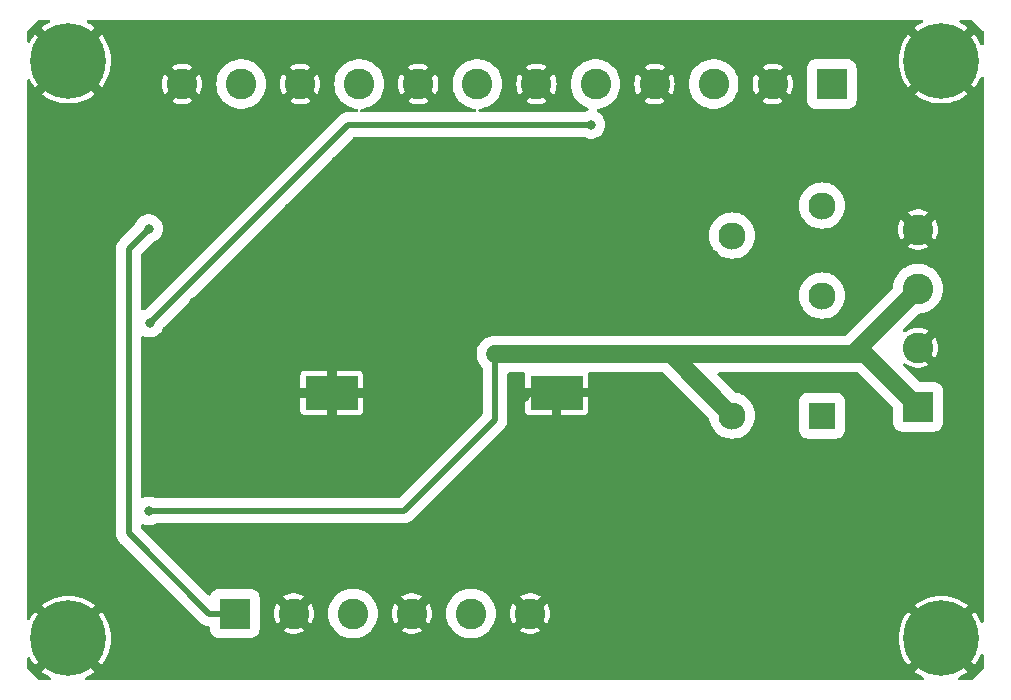
<source format=gbl>
G04 #@! TF.GenerationSoftware,KiCad,Pcbnew,7.0.1*
G04 #@! TF.CreationDate,2023-12-04T13:47:49-08:00*
G04 #@! TF.ProjectId,GReX_Power,47526558-5f50-46f7-9765-722e6b696361,2*
G04 #@! TF.SameCoordinates,Original*
G04 #@! TF.FileFunction,Copper,L2,Bot*
G04 #@! TF.FilePolarity,Positive*
%FSLAX46Y46*%
G04 Gerber Fmt 4.6, Leading zero omitted, Abs format (unit mm)*
G04 Created by KiCad (PCBNEW 7.0.1) date 2023-12-04 13:47:49*
%MOMM*%
%LPD*%
G01*
G04 APERTURE LIST*
G04 #@! TA.AperFunction,ComponentPad*
%ADD10R,2.600000X2.600000*%
G04 #@! TD*
G04 #@! TA.AperFunction,ComponentPad*
%ADD11C,2.600000*%
G04 #@! TD*
G04 #@! TA.AperFunction,ComponentPad*
%ADD12C,3.600000*%
G04 #@! TD*
G04 #@! TA.AperFunction,ConnectorPad*
%ADD13C,6.400000*%
G04 #@! TD*
G04 #@! TA.AperFunction,ComponentPad*
%ADD14C,0.600000*%
G04 #@! TD*
G04 #@! TA.AperFunction,SMDPad,CuDef*
%ADD15R,4.500000X2.950000*%
G04 #@! TD*
G04 #@! TA.AperFunction,ComponentPad*
%ADD16R,2.300000X2.300000*%
G04 #@! TD*
G04 #@! TA.AperFunction,ComponentPad*
%ADD17C,2.300000*%
G04 #@! TD*
G04 #@! TA.AperFunction,ViaPad*
%ADD18C,0.800000*%
G04 #@! TD*
G04 #@! TA.AperFunction,Conductor*
%ADD19C,0.500000*%
G04 #@! TD*
G04 #@! TA.AperFunction,Conductor*
%ADD20C,1.500000*%
G04 #@! TD*
G04 APERTURE END LIST*
D10*
X144692000Y-121092000D03*
D11*
X149692000Y-121092000D03*
X154692000Y-121092000D03*
X159692000Y-121092000D03*
X164692000Y-121092000D03*
X169692000Y-121092000D03*
D10*
X202538000Y-103580000D03*
D11*
X202538000Y-98580000D03*
X202538000Y-93580000D03*
X202538000Y-88580000D03*
D12*
X130600000Y-74300000D03*
D13*
X130600000Y-74300000D03*
D12*
X204500000Y-123200000D03*
D13*
X204500000Y-123200000D03*
D14*
X173731000Y-101790000D03*
X172531000Y-101790000D03*
X171231000Y-101790000D03*
X170131000Y-101790000D03*
D15*
X171931000Y-102390000D03*
D14*
X173731000Y-102990000D03*
X172531000Y-102990000D03*
X171231000Y-102990000D03*
X170131000Y-102990000D03*
D12*
X204500000Y-74300000D03*
D13*
X204500000Y-74300000D03*
D10*
X195233000Y-76261000D03*
D11*
X190233000Y-76261000D03*
X185233000Y-76261000D03*
X180233000Y-76261000D03*
X175233000Y-76261000D03*
X170233000Y-76261000D03*
X165233000Y-76261000D03*
X160233000Y-76261000D03*
X155233000Y-76261000D03*
X150233000Y-76261000D03*
X145233000Y-76261000D03*
X140233000Y-76261000D03*
D14*
X154703000Y-101800000D03*
X153503000Y-101800000D03*
X152203000Y-101800000D03*
X151103000Y-101800000D03*
D15*
X152903000Y-102400000D03*
D14*
X154703000Y-103000000D03*
X153503000Y-103000000D03*
X152203000Y-103000000D03*
X151103000Y-103000000D03*
D16*
X194410000Y-104328000D03*
D17*
X194410000Y-94168000D03*
X194410000Y-86548000D03*
X186790000Y-89088000D03*
X186790000Y-104328000D03*
D12*
X130600000Y-123200000D03*
D13*
X130600000Y-123200000D03*
D18*
X129259000Y-86738000D03*
X133259000Y-94738000D03*
X201259000Y-118738000D03*
X205259000Y-94738000D03*
X149259000Y-110738000D03*
X129259000Y-94738000D03*
X169259000Y-82738000D03*
X169259000Y-102738000D03*
X201259000Y-110738000D03*
X145259000Y-114738000D03*
X205259000Y-86738000D03*
X189259000Y-110738000D03*
X189259000Y-118738000D03*
X189259000Y-82738000D03*
X205259000Y-82738000D03*
X137259000Y-118738000D03*
X129259000Y-82738000D03*
X129259000Y-114738000D03*
X133259000Y-98738000D03*
X201259000Y-86738000D03*
X197259000Y-94738000D03*
X133259000Y-86738000D03*
X189259000Y-114738000D03*
X129259000Y-110738000D03*
X157259000Y-110738000D03*
X185259000Y-122738000D03*
X197259000Y-122738000D03*
X141259000Y-94738000D03*
X205259000Y-110738000D03*
X201259000Y-90738000D03*
X177259000Y-122738000D03*
X137259000Y-82738000D03*
X189259000Y-90738000D03*
X205259000Y-102738000D03*
X153259000Y-90738000D03*
X201259000Y-114738000D03*
X177259000Y-110738000D03*
X161259000Y-118738000D03*
X141259000Y-82738000D03*
X137259000Y-110738000D03*
X145259000Y-86738000D03*
X153259000Y-94738000D03*
X157259000Y-86738000D03*
X141259000Y-122738000D03*
X169259000Y-86738000D03*
X133259000Y-114738000D03*
X145259000Y-110738000D03*
X137259000Y-86738000D03*
X137259000Y-94738000D03*
X137259000Y-90738000D03*
X205259000Y-114738000D03*
X177259000Y-102738000D03*
X193259000Y-114738000D03*
X157259000Y-102738000D03*
X193259000Y-110738000D03*
X133259000Y-110738000D03*
X153259000Y-86738000D03*
X161259000Y-86738000D03*
X161259000Y-82738000D03*
X137259000Y-122738000D03*
X137259000Y-106738000D03*
X185259000Y-90738000D03*
X193259000Y-118738000D03*
X205259000Y-98738000D03*
X161259000Y-122738000D03*
X137259000Y-98738000D03*
X169259000Y-114738000D03*
X157259000Y-82738000D03*
X129259000Y-102738000D03*
X201259000Y-106738000D03*
X129259000Y-118738000D03*
X185259000Y-106738000D03*
X133259000Y-82738000D03*
X129259000Y-98738000D03*
X141259000Y-110738000D03*
X185259000Y-94738000D03*
X129259000Y-90738000D03*
X173259000Y-82738000D03*
X149259000Y-106738000D03*
X189259000Y-122738000D03*
X153259000Y-82738000D03*
X173259000Y-114738000D03*
X193259000Y-82738000D03*
X149259000Y-86738000D03*
X177259000Y-118738000D03*
X205259000Y-106738000D03*
X145259000Y-82738000D03*
X133259000Y-118738000D03*
X149259000Y-102738000D03*
X197259000Y-102738000D03*
X185259000Y-118738000D03*
X181259000Y-122738000D03*
X133259000Y-90738000D03*
X181259000Y-114738000D03*
X173259000Y-122738000D03*
X153259000Y-118738000D03*
X169259000Y-94738000D03*
X189259000Y-102738000D03*
X137259000Y-102738000D03*
X205259000Y-118738000D03*
X181259000Y-118738000D03*
X165259000Y-102738000D03*
X133259000Y-102738000D03*
X169259000Y-90738000D03*
X129259000Y-106738000D03*
X201259000Y-82738000D03*
X177259000Y-86738000D03*
X169259000Y-110738000D03*
X133259000Y-106738000D03*
X189259000Y-86738000D03*
X185259000Y-82738000D03*
X189259000Y-94738000D03*
X141259000Y-86738000D03*
X157259000Y-118738000D03*
X193259000Y-90738000D03*
X205259000Y-90738000D03*
X166724000Y-99121000D03*
X137400000Y-112400000D03*
X174852000Y-79700000D03*
X137500000Y-96500000D03*
X137400000Y-88500000D03*
D19*
X159000000Y-112400000D02*
X137400000Y-112400000D01*
D20*
X181583000Y-99121000D02*
X191108000Y-99121000D01*
X181583000Y-99121000D02*
X166724000Y-99121000D01*
X196997000Y-99121000D02*
X202538000Y-93580000D01*
X186790000Y-104328000D02*
X181583000Y-99121000D01*
X191108000Y-99121000D02*
X196997000Y-99121000D01*
X198079000Y-99121000D02*
X202538000Y-103580000D01*
X191108000Y-99121000D02*
X198079000Y-99121000D01*
D19*
X166724000Y-104676000D02*
X166724000Y-99121000D01*
X159000000Y-112400000D02*
X166724000Y-104676000D01*
X137500000Y-96500000D02*
X154300000Y-79700000D01*
X154300000Y-79700000D02*
X174852000Y-79700000D01*
X135700000Y-114300000D02*
X142492000Y-121092000D01*
X135700000Y-90200000D02*
X135700000Y-114300000D01*
X144692000Y-121092000D02*
X142492000Y-121092000D01*
X137400000Y-88500000D02*
X135700000Y-90200000D01*
G04 #@! TA.AperFunction,Conductor*
G36*
X128982972Y-70814515D02*
G01*
X129034621Y-70855231D01*
X129063709Y-70914217D01*
X129064570Y-70979979D01*
X129037036Y-71039705D01*
X128986471Y-71081760D01*
X128797528Y-71178031D01*
X128481072Y-71383539D01*
X128352964Y-71487279D01*
X130599999Y-73734314D01*
X132847035Y-71487279D01*
X132718927Y-71383539D01*
X132402471Y-71178031D01*
X132213529Y-71081760D01*
X132162964Y-71039705D01*
X132135430Y-70979979D01*
X132136291Y-70914217D01*
X132165379Y-70855231D01*
X132217028Y-70814515D01*
X132281174Y-70800000D01*
X202818826Y-70800000D01*
X202882972Y-70814515D01*
X202934621Y-70855231D01*
X202963709Y-70914217D01*
X202964570Y-70979979D01*
X202937036Y-71039705D01*
X202886471Y-71081760D01*
X202697528Y-71178031D01*
X202381072Y-71383539D01*
X202252964Y-71487279D01*
X204499999Y-73734314D01*
X206747035Y-71487279D01*
X206618927Y-71383539D01*
X206302471Y-71178031D01*
X206113529Y-71081760D01*
X206062964Y-71039705D01*
X206035430Y-70979979D01*
X206036291Y-70914217D01*
X206065379Y-70855231D01*
X206117028Y-70814515D01*
X206181174Y-70800000D01*
X207038282Y-70800000D01*
X207095302Y-70811342D01*
X207143641Y-70843641D01*
X208055859Y-71755859D01*
X208088158Y-71804198D01*
X208099500Y-71861218D01*
X208099500Y-72827545D01*
X208083845Y-72894028D01*
X208040171Y-72946542D01*
X207977653Y-72974050D01*
X207909430Y-72970773D01*
X207849837Y-72937399D01*
X207811397Y-72880942D01*
X207793279Y-72833744D01*
X207621968Y-72497528D01*
X207416460Y-72181072D01*
X207312719Y-72052964D01*
X205065685Y-74300000D01*
X207312719Y-76547034D01*
X207416459Y-76418929D01*
X207621968Y-76102471D01*
X207793279Y-75766255D01*
X207811397Y-75719058D01*
X207849837Y-75662601D01*
X207909430Y-75629227D01*
X207977653Y-75625950D01*
X208040171Y-75653458D01*
X208083845Y-75705972D01*
X208099500Y-75772455D01*
X208099500Y-121727545D01*
X208083845Y-121794028D01*
X208040171Y-121846542D01*
X207977653Y-121874050D01*
X207909430Y-121870773D01*
X207849837Y-121837399D01*
X207811397Y-121780942D01*
X207793279Y-121733744D01*
X207621968Y-121397528D01*
X207416460Y-121081072D01*
X207312719Y-120952964D01*
X205065685Y-123200000D01*
X207312719Y-125447034D01*
X207416459Y-125318929D01*
X207621968Y-125002471D01*
X207793279Y-124666255D01*
X207811397Y-124619058D01*
X207849837Y-124562601D01*
X207909430Y-124529227D01*
X207977653Y-124525950D01*
X208040171Y-124553458D01*
X208083845Y-124605972D01*
X208099500Y-124672455D01*
X208099500Y-125688782D01*
X208088158Y-125745802D01*
X208055859Y-125794141D01*
X207144141Y-126705859D01*
X207095802Y-126738158D01*
X207038782Y-126749500D01*
X206084025Y-126749500D01*
X206019879Y-126734985D01*
X205968230Y-126694269D01*
X205939142Y-126635283D01*
X205938281Y-126569521D01*
X205965815Y-126509795D01*
X206016380Y-126467740D01*
X206302471Y-126321968D01*
X206618929Y-126116459D01*
X206747034Y-126012719D01*
X204500000Y-123765685D01*
X202252964Y-126012719D01*
X202381072Y-126116460D01*
X202697528Y-126321968D01*
X202983620Y-126467740D01*
X203034185Y-126509795D01*
X203061719Y-126569521D01*
X203060858Y-126635283D01*
X203031770Y-126694269D01*
X202980121Y-126734985D01*
X202915975Y-126749500D01*
X132184025Y-126749500D01*
X132119879Y-126734985D01*
X132068230Y-126694269D01*
X132039142Y-126635283D01*
X132038281Y-126569521D01*
X132065815Y-126509795D01*
X132116380Y-126467740D01*
X132402471Y-126321968D01*
X132718929Y-126116459D01*
X132847034Y-126012719D01*
X130600000Y-123765685D01*
X128352964Y-126012719D01*
X128481072Y-126116460D01*
X128797528Y-126321968D01*
X129083620Y-126467740D01*
X129134185Y-126509795D01*
X129161719Y-126569521D01*
X129160858Y-126635283D01*
X129131770Y-126694269D01*
X129080121Y-126734985D01*
X129015975Y-126749500D01*
X128161218Y-126749500D01*
X128104198Y-126738158D01*
X128055859Y-126705859D01*
X127144141Y-125794141D01*
X127111842Y-125745802D01*
X127100500Y-125688782D01*
X127100500Y-124882155D01*
X127115015Y-124818009D01*
X127155731Y-124766360D01*
X127214717Y-124737272D01*
X127280479Y-124736411D01*
X127340206Y-124763945D01*
X127382260Y-124814511D01*
X127478028Y-125002468D01*
X127683539Y-125318927D01*
X127787279Y-125447034D01*
X130034315Y-123200000D01*
X131165685Y-123200000D01*
X133412719Y-125447034D01*
X133516459Y-125318929D01*
X133721968Y-125002471D01*
X133893279Y-124666255D01*
X134028500Y-124313992D01*
X134126161Y-123949512D01*
X134185191Y-123576816D01*
X134204939Y-123200000D01*
X200895060Y-123200000D01*
X200914808Y-123576816D01*
X200973838Y-123949512D01*
X201071499Y-124313992D01*
X201206720Y-124666255D01*
X201378031Y-125002471D01*
X201583539Y-125318927D01*
X201687279Y-125447034D01*
X203934315Y-123200000D01*
X201687279Y-120952964D01*
X201583539Y-121081072D01*
X201378031Y-121397528D01*
X201206720Y-121733744D01*
X201071499Y-122086007D01*
X200973838Y-122450487D01*
X200914808Y-122823183D01*
X200895060Y-123200000D01*
X134204939Y-123200000D01*
X134185191Y-122823183D01*
X134126161Y-122450487D01*
X134028500Y-122086007D01*
X133893279Y-121733744D01*
X133721968Y-121397528D01*
X133516460Y-121081072D01*
X133412719Y-120952964D01*
X131165685Y-123200000D01*
X130034315Y-123200000D01*
X127787279Y-120952964D01*
X127683539Y-121081072D01*
X127478028Y-121397531D01*
X127382260Y-121585489D01*
X127340206Y-121636055D01*
X127280479Y-121663589D01*
X127214717Y-121662728D01*
X127155731Y-121633640D01*
X127115015Y-121581991D01*
X127100500Y-121517845D01*
X127100500Y-120387279D01*
X128352964Y-120387279D01*
X130599999Y-122634314D01*
X132847035Y-120387279D01*
X132718927Y-120283539D01*
X132402471Y-120078031D01*
X132066255Y-119906720D01*
X131713992Y-119771499D01*
X131349512Y-119673838D01*
X130976816Y-119614808D01*
X130600000Y-119595060D01*
X130223183Y-119614808D01*
X129850487Y-119673838D01*
X129486007Y-119771499D01*
X129133744Y-119906720D01*
X128797528Y-120078031D01*
X128481072Y-120283539D01*
X128352964Y-120387279D01*
X127100500Y-120387279D01*
X127100500Y-114300003D01*
X134644416Y-114300003D01*
X134664699Y-114505932D01*
X134724767Y-114703953D01*
X134823011Y-114887753D01*
X134826959Y-114892109D01*
X134953588Y-115046409D01*
X134988017Y-115074663D01*
X134998853Y-115084484D01*
X141707515Y-121793146D01*
X141717334Y-121803980D01*
X141745590Y-121838410D01*
X141785677Y-121871308D01*
X141905550Y-121969685D01*
X142088046Y-122067232D01*
X142286066Y-122127300D01*
X142302879Y-122128956D01*
X142457105Y-122144147D01*
X142525280Y-122168540D01*
X142573906Y-122222191D01*
X142591500Y-122292429D01*
X142591500Y-122436954D01*
X142606632Y-122571255D01*
X142666211Y-122741522D01*
X142762184Y-122894262D01*
X142889738Y-123021816D01*
X143042478Y-123117789D01*
X143212745Y-123177368D01*
X143334696Y-123191108D01*
X143347045Y-123192500D01*
X143347046Y-123192500D01*
X146036954Y-123192500D01*
X146036955Y-123192500D01*
X146048264Y-123191225D01*
X146171255Y-123177368D01*
X146341522Y-123117789D01*
X146494262Y-123021816D01*
X146621816Y-122894262D01*
X146717789Y-122741522D01*
X146777368Y-122571255D01*
X146780356Y-122544736D01*
X148804949Y-122544736D01*
X148839614Y-122568371D01*
X149069182Y-122678924D01*
X149312651Y-122754024D01*
X149564604Y-122792000D01*
X149819396Y-122792000D01*
X150071348Y-122754024D01*
X150314817Y-122678924D01*
X150544385Y-122568370D01*
X150579049Y-122544735D01*
X149692000Y-121657685D01*
X148804949Y-122544735D01*
X148804949Y-122544736D01*
X146780356Y-122544736D01*
X146792500Y-122436954D01*
X146792500Y-121092000D01*
X147987232Y-121092000D01*
X148006273Y-121346082D01*
X148062969Y-121594487D01*
X148156056Y-121831668D01*
X148240458Y-121977855D01*
X149126314Y-121092000D01*
X150257685Y-121092000D01*
X151143541Y-121977856D01*
X151227942Y-121831671D01*
X151321030Y-121594487D01*
X151377726Y-121346082D01*
X151396767Y-121092000D01*
X152586592Y-121092000D01*
X152606202Y-121378686D01*
X152664666Y-121660032D01*
X152664667Y-121660035D01*
X152760895Y-121930796D01*
X152785280Y-121977856D01*
X152893099Y-122185936D01*
X153058811Y-122420698D01*
X153254947Y-122630708D01*
X153477853Y-122812055D01*
X153723375Y-122961361D01*
X153986942Y-123075844D01*
X154263642Y-123153371D01*
X154405981Y-123172935D01*
X154548321Y-123192500D01*
X154548322Y-123192500D01*
X154835678Y-123192500D01*
X154835679Y-123192500D01*
X154945777Y-123177367D01*
X155120358Y-123153371D01*
X155397058Y-123075844D01*
X155660625Y-122961361D01*
X155906147Y-122812055D01*
X156129053Y-122630708D01*
X156209345Y-122544736D01*
X158804949Y-122544736D01*
X158839614Y-122568371D01*
X159069182Y-122678924D01*
X159312651Y-122754024D01*
X159564604Y-122792000D01*
X159819396Y-122792000D01*
X160071348Y-122754024D01*
X160314817Y-122678924D01*
X160544385Y-122568370D01*
X160579049Y-122544735D01*
X159692000Y-121657685D01*
X158804949Y-122544735D01*
X158804949Y-122544736D01*
X156209345Y-122544736D01*
X156325189Y-122420698D01*
X156490901Y-122185936D01*
X156623104Y-121930797D01*
X156719334Y-121660032D01*
X156777798Y-121378686D01*
X156797408Y-121092000D01*
X157987232Y-121092000D01*
X158006273Y-121346082D01*
X158062969Y-121594487D01*
X158156056Y-121831668D01*
X158240458Y-121977855D01*
X159126314Y-121092000D01*
X160257685Y-121092000D01*
X161143541Y-121977856D01*
X161227942Y-121831671D01*
X161321030Y-121594487D01*
X161377726Y-121346082D01*
X161396767Y-121092000D01*
X162586592Y-121092000D01*
X162606202Y-121378686D01*
X162664666Y-121660032D01*
X162664667Y-121660035D01*
X162760895Y-121930796D01*
X162785280Y-121977856D01*
X162893099Y-122185936D01*
X163058811Y-122420698D01*
X163254947Y-122630708D01*
X163477853Y-122812055D01*
X163723375Y-122961361D01*
X163986942Y-123075844D01*
X164263642Y-123153371D01*
X164405981Y-123172935D01*
X164548321Y-123192500D01*
X164548322Y-123192500D01*
X164835678Y-123192500D01*
X164835679Y-123192500D01*
X164945777Y-123177367D01*
X165120358Y-123153371D01*
X165397058Y-123075844D01*
X165660625Y-122961361D01*
X165906147Y-122812055D01*
X166129053Y-122630708D01*
X166209345Y-122544736D01*
X168804949Y-122544736D01*
X168839614Y-122568371D01*
X169069182Y-122678924D01*
X169312651Y-122754024D01*
X169564604Y-122792000D01*
X169819396Y-122792000D01*
X170071348Y-122754024D01*
X170314817Y-122678924D01*
X170544385Y-122568370D01*
X170579049Y-122544735D01*
X169692000Y-121657685D01*
X168804949Y-122544735D01*
X168804949Y-122544736D01*
X166209345Y-122544736D01*
X166325189Y-122420698D01*
X166490901Y-122185936D01*
X166623104Y-121930797D01*
X166719334Y-121660032D01*
X166777798Y-121378686D01*
X166797408Y-121092000D01*
X167987232Y-121092000D01*
X168006273Y-121346082D01*
X168062969Y-121594487D01*
X168156056Y-121831668D01*
X168240458Y-121977855D01*
X169126314Y-121092000D01*
X170257685Y-121092000D01*
X171143541Y-121977856D01*
X171227942Y-121831671D01*
X171321030Y-121594487D01*
X171377726Y-121346082D01*
X171396767Y-121092000D01*
X171377726Y-120837917D01*
X171321030Y-120589512D01*
X171241659Y-120387279D01*
X202252964Y-120387279D01*
X204499999Y-122634314D01*
X206747035Y-120387279D01*
X206618927Y-120283539D01*
X206302471Y-120078031D01*
X205966255Y-119906720D01*
X205613992Y-119771499D01*
X205249512Y-119673838D01*
X204876816Y-119614808D01*
X204500000Y-119595060D01*
X204123183Y-119614808D01*
X203750487Y-119673838D01*
X203386007Y-119771499D01*
X203033744Y-119906720D01*
X202697528Y-120078031D01*
X202381072Y-120283539D01*
X202252964Y-120387279D01*
X171241659Y-120387279D01*
X171227943Y-120352330D01*
X171143540Y-120206143D01*
X170257685Y-121092000D01*
X169126314Y-121092000D01*
X168240458Y-120206143D01*
X168156057Y-120352330D01*
X168062969Y-120589512D01*
X168006273Y-120837917D01*
X167987232Y-121092000D01*
X166797408Y-121092000D01*
X166777798Y-120805314D01*
X166719334Y-120523968D01*
X166623104Y-120253203D01*
X166490901Y-119998064D01*
X166325189Y-119763302D01*
X166209344Y-119639263D01*
X168804949Y-119639263D01*
X169691999Y-120526313D01*
X170579050Y-119639262D01*
X170544387Y-119615629D01*
X170314817Y-119505076D01*
X170071348Y-119429975D01*
X169819396Y-119392000D01*
X169564604Y-119392000D01*
X169312651Y-119429975D01*
X169069179Y-119505076D01*
X168839617Y-119615627D01*
X168804949Y-119639263D01*
X166209344Y-119639263D01*
X166129053Y-119553292D01*
X165906147Y-119371945D01*
X165906144Y-119371943D01*
X165660631Y-119222642D01*
X165660627Y-119222640D01*
X165660625Y-119222639D01*
X165397058Y-119108156D01*
X165337436Y-119091451D01*
X165120356Y-119030628D01*
X164835679Y-118991500D01*
X164835678Y-118991500D01*
X164548322Y-118991500D01*
X164548321Y-118991500D01*
X164263643Y-119030628D01*
X163986945Y-119108155D01*
X163986943Y-119108155D01*
X163986942Y-119108156D01*
X163862557Y-119162184D01*
X163723368Y-119222642D01*
X163477855Y-119371943D01*
X163254947Y-119553291D01*
X163058812Y-119763300D01*
X162893099Y-119998063D01*
X162760895Y-120253203D01*
X162664667Y-120523964D01*
X162606202Y-120805315D01*
X162587340Y-121081072D01*
X162586592Y-121092000D01*
X161396767Y-121092000D01*
X161377726Y-120837917D01*
X161321030Y-120589512D01*
X161227943Y-120352330D01*
X161143540Y-120206143D01*
X160257685Y-121092000D01*
X159126314Y-121092000D01*
X158240458Y-120206143D01*
X158156057Y-120352330D01*
X158062969Y-120589512D01*
X158006273Y-120837917D01*
X157987232Y-121092000D01*
X156797408Y-121092000D01*
X156777798Y-120805314D01*
X156719334Y-120523968D01*
X156623104Y-120253203D01*
X156490901Y-119998064D01*
X156325189Y-119763302D01*
X156209344Y-119639263D01*
X158804949Y-119639263D01*
X159691999Y-120526313D01*
X160579050Y-119639262D01*
X160544387Y-119615629D01*
X160314817Y-119505076D01*
X160071348Y-119429975D01*
X159819396Y-119392000D01*
X159564604Y-119392000D01*
X159312651Y-119429975D01*
X159069179Y-119505076D01*
X158839617Y-119615627D01*
X158804949Y-119639263D01*
X156209344Y-119639263D01*
X156129053Y-119553292D01*
X155906147Y-119371945D01*
X155906144Y-119371943D01*
X155660631Y-119222642D01*
X155660627Y-119222640D01*
X155660625Y-119222639D01*
X155397058Y-119108156D01*
X155337436Y-119091451D01*
X155120356Y-119030628D01*
X154835679Y-118991500D01*
X154835678Y-118991500D01*
X154548322Y-118991500D01*
X154548321Y-118991500D01*
X154263643Y-119030628D01*
X153986945Y-119108155D01*
X153986943Y-119108155D01*
X153986942Y-119108156D01*
X153862557Y-119162184D01*
X153723368Y-119222642D01*
X153477855Y-119371943D01*
X153254947Y-119553291D01*
X153058812Y-119763300D01*
X152893099Y-119998063D01*
X152760895Y-120253203D01*
X152664667Y-120523964D01*
X152606202Y-120805315D01*
X152587340Y-121081072D01*
X152586592Y-121092000D01*
X151396767Y-121092000D01*
X151377726Y-120837917D01*
X151321030Y-120589512D01*
X151227943Y-120352330D01*
X151143540Y-120206143D01*
X150257685Y-121092000D01*
X149126314Y-121092000D01*
X148240458Y-120206143D01*
X148156057Y-120352330D01*
X148062969Y-120589512D01*
X148006273Y-120837917D01*
X147987232Y-121092000D01*
X146792500Y-121092000D01*
X146792500Y-119747046D01*
X146780356Y-119639263D01*
X148804949Y-119639263D01*
X149691999Y-120526313D01*
X150579050Y-119639262D01*
X150544387Y-119615629D01*
X150314817Y-119505076D01*
X150071348Y-119429975D01*
X149819396Y-119392000D01*
X149564604Y-119392000D01*
X149312651Y-119429975D01*
X149069179Y-119505076D01*
X148839617Y-119615627D01*
X148804949Y-119639263D01*
X146780356Y-119639263D01*
X146777368Y-119612745D01*
X146717789Y-119442478D01*
X146621816Y-119289738D01*
X146494262Y-119162184D01*
X146341522Y-119066211D01*
X146171255Y-119006632D01*
X146081721Y-118996544D01*
X146036955Y-118991500D01*
X146036954Y-118991500D01*
X143347046Y-118991500D01*
X143347045Y-118991500D01*
X143279895Y-118999065D01*
X143212745Y-119006632D01*
X143144166Y-119030629D01*
X143042477Y-119066211D01*
X142889737Y-119162184D01*
X142762184Y-119289737D01*
X142666210Y-119442479D01*
X142656889Y-119469116D01*
X142615535Y-119531004D01*
X142549405Y-119565167D01*
X142475002Y-119563078D01*
X142410892Y-119525261D01*
X136794141Y-113908510D01*
X136761842Y-113860171D01*
X136750500Y-113803151D01*
X136750500Y-113653333D01*
X136767690Y-113583855D01*
X136815295Y-113530408D01*
X136882329Y-113505326D01*
X136953325Y-113514395D01*
X136994660Y-113530408D01*
X137070060Y-113559618D01*
X137288757Y-113600500D01*
X137511243Y-113600500D01*
X137729940Y-113559618D01*
X137846674Y-113514395D01*
X137937397Y-113479249D01*
X137937398Y-113479247D01*
X137937401Y-113479247D01*
X137947784Y-113472818D01*
X137985446Y-113456188D01*
X138026223Y-113450500D01*
X158941067Y-113450500D01*
X158955671Y-113451217D01*
X158964475Y-113452084D01*
X159000000Y-113455583D01*
X159000001Y-113455582D01*
X159000003Y-113455583D01*
X159123560Y-113443413D01*
X159205934Y-113435300D01*
X159403955Y-113375232D01*
X159586450Y-113277685D01*
X159706323Y-113179308D01*
X159746410Y-113146410D01*
X159774665Y-113111979D01*
X159784475Y-113101154D01*
X167425154Y-105460475D01*
X167435966Y-105450675D01*
X167470410Y-105422410D01*
X167601685Y-105262450D01*
X167699232Y-105079954D01*
X167759300Y-104881934D01*
X167761801Y-104856535D01*
X167774501Y-104727608D01*
X167774500Y-104727609D01*
X167774918Y-104723362D01*
X167779583Y-104676000D01*
X167775217Y-104631671D01*
X167774500Y-104617067D01*
X167774500Y-102790000D01*
X169281001Y-102790000D01*
X169281001Y-103896478D01*
X169295835Y-103990148D01*
X169353358Y-104103044D01*
X169442954Y-104192640D01*
X169555851Y-104250164D01*
X169649521Y-104265000D01*
X171531000Y-104265000D01*
X171531000Y-102790000D01*
X172331000Y-102790000D01*
X172331000Y-104264999D01*
X174212478Y-104264999D01*
X174306148Y-104250164D01*
X174419044Y-104192641D01*
X174508640Y-104103045D01*
X174566164Y-103990148D01*
X174581000Y-103896479D01*
X174581000Y-102790000D01*
X172331000Y-102790000D01*
X171531000Y-102790000D01*
X169281001Y-102790000D01*
X167774500Y-102790000D01*
X167774500Y-100820500D01*
X167785842Y-100763480D01*
X167818141Y-100715141D01*
X167866480Y-100682842D01*
X167923500Y-100671500D01*
X169140124Y-100671500D01*
X169202504Y-100685187D01*
X169253424Y-100723732D01*
X169283530Y-100780055D01*
X169287290Y-100843809D01*
X169281000Y-100883523D01*
X169281000Y-101990000D01*
X174580999Y-101990000D01*
X174580999Y-100883523D01*
X174574709Y-100843808D01*
X174578469Y-100780055D01*
X174608575Y-100723732D01*
X174659495Y-100685187D01*
X174721875Y-100671500D01*
X180879044Y-100671500D01*
X180936064Y-100682842D01*
X180984403Y-100715141D01*
X184817610Y-104548348D01*
X184843025Y-104582299D01*
X184857846Y-104622035D01*
X184913729Y-104878926D01*
X184988709Y-105079954D01*
X185011231Y-105140337D01*
X185059930Y-105229522D01*
X185144942Y-105385211D01*
X185172787Y-105422407D01*
X185312145Y-105608568D01*
X185509432Y-105805855D01*
X185687915Y-105939465D01*
X185732788Y-105973057D01*
X185804689Y-106012318D01*
X185977663Y-106106769D01*
X186135192Y-106165524D01*
X186239073Y-106204270D01*
X186239076Y-106204270D01*
X186239077Y-106204271D01*
X186511706Y-106263578D01*
X186790000Y-106283482D01*
X187068294Y-106263578D01*
X187340923Y-106204271D01*
X187342216Y-106203789D01*
X187366042Y-106194901D01*
X187602337Y-106106769D01*
X187847213Y-105973056D01*
X188070568Y-105805855D01*
X188267855Y-105608568D01*
X188331945Y-105522954D01*
X192459500Y-105522954D01*
X192474632Y-105657255D01*
X192534211Y-105827522D01*
X192630184Y-105980262D01*
X192757738Y-106107816D01*
X192910478Y-106203789D01*
X193080745Y-106263368D01*
X193202696Y-106277108D01*
X193215045Y-106278500D01*
X193215046Y-106278500D01*
X195604954Y-106278500D01*
X195604955Y-106278500D01*
X195616264Y-106277225D01*
X195739255Y-106263368D01*
X195909522Y-106203789D01*
X196062262Y-106107816D01*
X196189816Y-105980262D01*
X196285789Y-105827522D01*
X196345368Y-105657255D01*
X196360500Y-105522954D01*
X196360500Y-103133046D01*
X196345368Y-102998745D01*
X196285789Y-102828478D01*
X196189816Y-102675738D01*
X196062262Y-102548184D01*
X195909522Y-102452211D01*
X195739255Y-102392632D01*
X195649720Y-102382543D01*
X195604955Y-102377500D01*
X195604954Y-102377500D01*
X193215046Y-102377500D01*
X193215045Y-102377500D01*
X193147895Y-102385065D01*
X193080745Y-102392632D01*
X192995611Y-102422421D01*
X192910477Y-102452211D01*
X192757737Y-102548184D01*
X192630184Y-102675737D01*
X192534211Y-102828477D01*
X192534211Y-102828478D01*
X192474632Y-102998745D01*
X192459500Y-103133046D01*
X192459500Y-105522954D01*
X188331945Y-105522954D01*
X188435056Y-105385213D01*
X188568769Y-105140337D01*
X188666271Y-104878923D01*
X188725578Y-104606294D01*
X188745482Y-104328000D01*
X188725578Y-104049706D01*
X188666271Y-103777077D01*
X188568769Y-103515663D01*
X188435056Y-103270787D01*
X188267855Y-103047432D01*
X188070568Y-102850145D01*
X187936956Y-102750124D01*
X187847211Y-102682942D01*
X187703407Y-102604419D01*
X187602337Y-102549231D01*
X187577217Y-102539861D01*
X187340926Y-102451729D01*
X187084035Y-102395846D01*
X187044299Y-102381025D01*
X187010348Y-102355610D01*
X185580597Y-100925859D01*
X185544249Y-100866544D01*
X185538790Y-100797191D01*
X185565412Y-100732920D01*
X185618311Y-100687740D01*
X185685956Y-100671500D01*
X190982831Y-100671500D01*
X191170481Y-100671500D01*
X196979910Y-100671500D01*
X196982909Y-100671529D01*
X197090921Y-100673705D01*
X197096043Y-100672978D01*
X197116979Y-100671500D01*
X197375044Y-100671500D01*
X197432064Y-100682842D01*
X197480403Y-100715141D01*
X200393859Y-103628598D01*
X200426158Y-103676937D01*
X200437500Y-103733957D01*
X200437500Y-104924954D01*
X200452632Y-105059255D01*
X200512211Y-105229522D01*
X200608184Y-105382262D01*
X200735738Y-105509816D01*
X200888478Y-105605789D01*
X201058745Y-105665368D01*
X201180696Y-105679108D01*
X201193045Y-105680500D01*
X201193046Y-105680500D01*
X203882954Y-105680500D01*
X203882955Y-105680500D01*
X203894264Y-105679225D01*
X204017255Y-105665368D01*
X204187522Y-105605789D01*
X204340262Y-105509816D01*
X204467816Y-105382262D01*
X204563789Y-105229522D01*
X204623368Y-105059255D01*
X204638500Y-104924954D01*
X204638500Y-102235046D01*
X204623368Y-102100745D01*
X204563789Y-101930478D01*
X204467816Y-101777738D01*
X204340262Y-101650184D01*
X204187522Y-101554211D01*
X204017255Y-101494632D01*
X203927720Y-101484543D01*
X203882955Y-101479500D01*
X203882954Y-101479500D01*
X202691956Y-101479500D01*
X202634936Y-101468158D01*
X202586597Y-101435859D01*
X201305430Y-100154692D01*
X201268138Y-100092363D01*
X201264743Y-100019809D01*
X201296054Y-99954271D01*
X201354628Y-99911322D01*
X201426549Y-99901169D01*
X201494724Y-99926223D01*
X201685618Y-100056372D01*
X201915182Y-100166924D01*
X202158651Y-100242024D01*
X202410604Y-100280000D01*
X202665396Y-100280000D01*
X202917348Y-100242024D01*
X203160817Y-100166924D01*
X203390385Y-100056370D01*
X203425049Y-100032735D01*
X202077673Y-98685359D01*
X202045374Y-98637020D01*
X202034032Y-98580000D01*
X203103685Y-98580000D01*
X203989541Y-99465856D01*
X204073942Y-99319671D01*
X204167030Y-99082487D01*
X204223726Y-98834082D01*
X204242767Y-98579999D01*
X204223726Y-98325917D01*
X204167030Y-98077512D01*
X204073943Y-97840330D01*
X203989540Y-97694143D01*
X203103685Y-98580000D01*
X202034032Y-98580000D01*
X202045374Y-98522980D01*
X202077673Y-98474641D01*
X202538000Y-98014315D01*
X203425049Y-97127263D01*
X203390383Y-97103627D01*
X203160817Y-96993076D01*
X202917348Y-96917975D01*
X202665396Y-96880000D01*
X202410604Y-96880000D01*
X202158651Y-96917975D01*
X201915182Y-96993075D01*
X201685614Y-97103629D01*
X201494725Y-97233774D01*
X201426550Y-97258828D01*
X201354630Y-97248675D01*
X201296055Y-97205726D01*
X201264745Y-97140187D01*
X201268140Y-97067634D01*
X201305429Y-97005308D01*
X202586614Y-95724124D01*
X202625689Y-95696040D01*
X202671681Y-95681874D01*
X202681677Y-95680500D01*
X202681678Y-95680500D01*
X202966358Y-95641371D01*
X203243058Y-95563844D01*
X203506625Y-95449361D01*
X203752147Y-95300055D01*
X203975053Y-95118708D01*
X204171189Y-94908698D01*
X204336901Y-94673936D01*
X204469104Y-94418797D01*
X204565334Y-94148032D01*
X204623798Y-93866686D01*
X204643408Y-93580000D01*
X204623798Y-93293314D01*
X204565334Y-93011968D01*
X204469104Y-92741203D01*
X204336901Y-92486064D01*
X204171189Y-92251302D01*
X203975053Y-92041292D01*
X203752147Y-91859945D01*
X203752144Y-91859943D01*
X203506631Y-91710642D01*
X203506627Y-91710640D01*
X203506625Y-91710639D01*
X203243058Y-91596156D01*
X203183436Y-91579451D01*
X202966356Y-91518628D01*
X202681679Y-91479500D01*
X202681678Y-91479500D01*
X202394322Y-91479500D01*
X202394321Y-91479500D01*
X202109643Y-91518628D01*
X201832945Y-91596155D01*
X201832943Y-91596155D01*
X201832942Y-91596156D01*
X201600451Y-91697140D01*
X201569368Y-91710642D01*
X201323855Y-91859943D01*
X201100947Y-92041291D01*
X200904812Y-92251300D01*
X200739099Y-92486063D01*
X200606895Y-92741203D01*
X200510667Y-93011964D01*
X200452202Y-93293315D01*
X200442814Y-93430550D01*
X200429792Y-93482068D01*
X200399520Y-93525740D01*
X196398403Y-97526859D01*
X196350064Y-97559158D01*
X196293044Y-97570500D01*
X191233169Y-97570500D01*
X181708169Y-97570500D01*
X181634339Y-97570500D01*
X181625343Y-97570228D01*
X181617358Y-97569745D01*
X181551676Y-97565772D01*
X181551675Y-97565772D01*
X181512350Y-97569745D01*
X181497373Y-97570500D01*
X166661519Y-97570500D01*
X166599170Y-97575533D01*
X166474469Y-97585600D01*
X166231411Y-97645508D01*
X166001103Y-97743634D01*
X165789517Y-97877433D01*
X165602139Y-98043434D01*
X165443811Y-98237350D01*
X165318641Y-98454153D01*
X165229872Y-98688216D01*
X165179797Y-98933502D01*
X165169718Y-99183631D01*
X165199893Y-99432153D01*
X165269540Y-99672603D01*
X165376858Y-99898772D01*
X165415167Y-99954271D01*
X165519068Y-100104797D01*
X165631959Y-100222328D01*
X165662725Y-100269913D01*
X165673500Y-100325544D01*
X165673500Y-104179151D01*
X165662158Y-104236171D01*
X165629859Y-104284510D01*
X158608510Y-111305859D01*
X158560171Y-111338158D01*
X158503151Y-111349500D01*
X138026223Y-111349500D01*
X137985446Y-111343812D01*
X137947784Y-111327181D01*
X137943570Y-111324572D01*
X137937397Y-111320750D01*
X137729942Y-111240382D01*
X137511243Y-111199500D01*
X137288757Y-111199500D01*
X137070057Y-111240382D01*
X136953325Y-111285605D01*
X136882329Y-111294674D01*
X136815295Y-111269592D01*
X136767690Y-111216145D01*
X136750500Y-111146667D01*
X136750500Y-102800000D01*
X150253001Y-102800000D01*
X150253001Y-103906478D01*
X150267835Y-104000148D01*
X150325358Y-104113044D01*
X150414954Y-104202640D01*
X150527851Y-104260164D01*
X150621521Y-104275000D01*
X152503000Y-104275000D01*
X152503000Y-102800000D01*
X153303000Y-102800000D01*
X153303000Y-104274999D01*
X155184478Y-104274999D01*
X155278148Y-104260164D01*
X155391044Y-104202641D01*
X155480640Y-104113045D01*
X155538164Y-104000148D01*
X155553000Y-103906479D01*
X155553000Y-102800000D01*
X153303000Y-102800000D01*
X152503000Y-102800000D01*
X150253001Y-102800000D01*
X136750500Y-102800000D01*
X136750500Y-102000000D01*
X150253000Y-102000000D01*
X152503000Y-102000000D01*
X152503000Y-100525001D01*
X150621522Y-100525001D01*
X150527851Y-100539835D01*
X150414955Y-100597358D01*
X150325359Y-100686954D01*
X150267835Y-100799851D01*
X150253000Y-100893521D01*
X150253000Y-102000000D01*
X136750500Y-102000000D01*
X136750500Y-100525000D01*
X153303000Y-100525000D01*
X153303000Y-102000000D01*
X155552999Y-102000000D01*
X155552999Y-100893522D01*
X155538164Y-100799851D01*
X155480641Y-100686955D01*
X155391045Y-100597359D01*
X155278148Y-100539835D01*
X155184479Y-100525000D01*
X153303000Y-100525000D01*
X136750500Y-100525000D01*
X136750500Y-97714593D01*
X136767690Y-97645115D01*
X136815295Y-97591668D01*
X136882329Y-97566586D01*
X136953325Y-97575655D01*
X137170057Y-97659617D01*
X137170060Y-97659618D01*
X137388757Y-97700500D01*
X137611243Y-97700500D01*
X137829940Y-97659618D01*
X138037401Y-97579247D01*
X138226562Y-97462124D01*
X138390981Y-97312236D01*
X138525058Y-97134689D01*
X138624229Y-96935528D01*
X138643116Y-96869141D01*
X138681067Y-96804562D01*
X141317630Y-94167999D01*
X192454517Y-94167999D01*
X192474421Y-94446291D01*
X192533729Y-94718926D01*
X192621861Y-94955217D01*
X192631231Y-94980337D01*
X192686419Y-95081407D01*
X192764942Y-95225211D01*
X192820970Y-95300055D01*
X192932145Y-95448568D01*
X193129432Y-95645855D01*
X193307915Y-95779465D01*
X193352788Y-95813057D01*
X193424689Y-95852318D01*
X193597663Y-95946769D01*
X193755192Y-96005524D01*
X193859073Y-96044270D01*
X193859076Y-96044270D01*
X193859077Y-96044271D01*
X194131706Y-96103578D01*
X194410000Y-96123482D01*
X194688294Y-96103578D01*
X194960923Y-96044271D01*
X195222337Y-95946769D01*
X195467213Y-95813056D01*
X195690568Y-95645855D01*
X195887855Y-95448568D01*
X196055056Y-95225213D01*
X196188769Y-94980337D01*
X196286271Y-94718923D01*
X196345578Y-94446294D01*
X196365482Y-94168000D01*
X196345578Y-93889706D01*
X196286271Y-93617077D01*
X196188769Y-93355663D01*
X196055056Y-93110787D01*
X195887855Y-92887432D01*
X195690568Y-92690145D01*
X195556956Y-92590124D01*
X195467211Y-92522942D01*
X195323407Y-92444419D01*
X195222337Y-92389231D01*
X195197217Y-92379861D01*
X194960926Y-92291729D01*
X194688291Y-92232421D01*
X194410000Y-92212517D01*
X194131708Y-92232421D01*
X193859073Y-92291729D01*
X193597665Y-92389230D01*
X193352788Y-92522942D01*
X193129432Y-92690145D01*
X192932145Y-92887432D01*
X192764942Y-93110788D01*
X192631230Y-93355665D01*
X192533729Y-93617073D01*
X192474421Y-93889708D01*
X192454517Y-94167999D01*
X141317630Y-94167999D01*
X146397629Y-89088000D01*
X184834517Y-89088000D01*
X184854421Y-89366291D01*
X184913729Y-89638926D01*
X185001861Y-89875217D01*
X185011231Y-89900337D01*
X185062411Y-89994066D01*
X185144942Y-90145211D01*
X185185954Y-90199996D01*
X185312145Y-90368568D01*
X185509432Y-90565855D01*
X185684420Y-90696849D01*
X185732788Y-90733057D01*
X185804689Y-90772318D01*
X185977663Y-90866769D01*
X186135192Y-90925524D01*
X186239073Y-90964270D01*
X186239076Y-90964270D01*
X186239077Y-90964271D01*
X186511706Y-91023578D01*
X186790000Y-91043482D01*
X187068294Y-91023578D01*
X187340923Y-90964271D01*
X187602337Y-90866769D01*
X187847213Y-90733056D01*
X188070568Y-90565855D01*
X188267855Y-90368568D01*
X188435056Y-90145213D01*
X188496473Y-90032736D01*
X201650949Y-90032736D01*
X201685614Y-90056371D01*
X201915182Y-90166924D01*
X202158651Y-90242024D01*
X202410604Y-90280000D01*
X202665396Y-90280000D01*
X202917348Y-90242024D01*
X203160817Y-90166924D01*
X203390385Y-90056370D01*
X203425049Y-90032735D01*
X202538000Y-89145685D01*
X201650949Y-90032735D01*
X201650949Y-90032736D01*
X188496473Y-90032736D01*
X188568769Y-89900337D01*
X188666271Y-89638923D01*
X188725578Y-89366294D01*
X188745482Y-89088000D01*
X188725578Y-88809706D01*
X188675608Y-88579999D01*
X200833232Y-88579999D01*
X200852273Y-88834082D01*
X200908969Y-89082487D01*
X201002056Y-89319668D01*
X201086458Y-89465855D01*
X201972314Y-88580000D01*
X203103685Y-88580000D01*
X203989541Y-89465856D01*
X204073942Y-89319671D01*
X204167030Y-89082487D01*
X204223726Y-88834082D01*
X204242767Y-88579999D01*
X204223726Y-88325917D01*
X204167030Y-88077512D01*
X204073943Y-87840330D01*
X203989540Y-87694143D01*
X203103685Y-88580000D01*
X201972314Y-88580000D01*
X201086458Y-87694143D01*
X201002057Y-87840330D01*
X200908969Y-88077512D01*
X200852273Y-88325917D01*
X200833232Y-88579999D01*
X188675608Y-88579999D01*
X188666271Y-88537077D01*
X188568769Y-88275663D01*
X188460570Y-88077512D01*
X188435057Y-88030788D01*
X188401465Y-87985915D01*
X188267855Y-87807432D01*
X188070568Y-87610145D01*
X187936956Y-87510124D01*
X187847211Y-87442942D01*
X187695925Y-87360334D01*
X187602337Y-87309231D01*
X187576247Y-87299500D01*
X187340926Y-87211729D01*
X187068291Y-87152421D01*
X186790000Y-87132517D01*
X186511708Y-87152421D01*
X186239073Y-87211729D01*
X185977665Y-87309230D01*
X185732788Y-87442942D01*
X185509432Y-87610145D01*
X185312145Y-87807432D01*
X185144942Y-88030788D01*
X185011230Y-88275665D01*
X184913729Y-88537073D01*
X184854421Y-88809708D01*
X184834517Y-89088000D01*
X146397629Y-89088000D01*
X148937630Y-86547999D01*
X192454517Y-86547999D01*
X192474421Y-86826291D01*
X192533729Y-87098926D01*
X192621861Y-87335217D01*
X192631231Y-87360337D01*
X192664220Y-87420752D01*
X192764942Y-87605211D01*
X192768636Y-87610145D01*
X192932145Y-87828568D01*
X193129432Y-88025855D01*
X193307915Y-88159465D01*
X193352788Y-88193057D01*
X193357147Y-88195437D01*
X193597663Y-88326769D01*
X193755192Y-88385524D01*
X193859073Y-88424270D01*
X193859076Y-88424270D01*
X193859077Y-88424271D01*
X194131706Y-88483578D01*
X194410000Y-88503482D01*
X194688294Y-88483578D01*
X194960923Y-88424271D01*
X195222337Y-88326769D01*
X195467213Y-88193056D01*
X195690568Y-88025855D01*
X195887855Y-87828568D01*
X196055056Y-87605213D01*
X196188769Y-87360337D01*
X196275701Y-87127263D01*
X201650949Y-87127263D01*
X202537999Y-88014313D01*
X203425050Y-87127262D01*
X203390387Y-87103629D01*
X203160817Y-86993076D01*
X202917348Y-86917975D01*
X202665396Y-86880000D01*
X202410604Y-86880000D01*
X202158651Y-86917975D01*
X201915179Y-86993076D01*
X201685617Y-87103627D01*
X201650949Y-87127263D01*
X196275701Y-87127263D01*
X196286271Y-87098923D01*
X196345578Y-86826294D01*
X196365482Y-86548000D01*
X196345578Y-86269706D01*
X196286271Y-85997077D01*
X196188769Y-85735663D01*
X196055056Y-85490787D01*
X195887855Y-85267432D01*
X195690568Y-85070145D01*
X195556956Y-84970124D01*
X195467211Y-84902942D01*
X195323407Y-84824419D01*
X195222337Y-84769231D01*
X195197217Y-84759861D01*
X194960926Y-84671729D01*
X194688291Y-84612421D01*
X194410000Y-84592517D01*
X194131708Y-84612421D01*
X193859073Y-84671729D01*
X193597665Y-84769230D01*
X193352788Y-84902942D01*
X193129432Y-85070145D01*
X192932145Y-85267432D01*
X192764942Y-85490788D01*
X192631230Y-85735665D01*
X192533729Y-85997073D01*
X192474421Y-86269708D01*
X192454517Y-86547999D01*
X148937630Y-86547999D01*
X154691489Y-80794141D01*
X154739829Y-80761842D01*
X154796849Y-80750500D01*
X174225777Y-80750500D01*
X174266554Y-80756188D01*
X174304215Y-80772818D01*
X174311640Y-80777414D01*
X174314602Y-80779249D01*
X174522057Y-80859617D01*
X174522060Y-80859618D01*
X174740757Y-80900500D01*
X174963243Y-80900500D01*
X175181940Y-80859618D01*
X175389401Y-80779247D01*
X175578562Y-80662124D01*
X175742981Y-80512236D01*
X175877058Y-80334689D01*
X175976229Y-80135528D01*
X176037115Y-79921536D01*
X176057643Y-79700000D01*
X176037115Y-79478464D01*
X175976229Y-79264472D01*
X175976229Y-79264471D01*
X175877060Y-79065314D01*
X175877058Y-79065311D01*
X175742981Y-78887764D01*
X175578562Y-78737876D01*
X175491309Y-78683851D01*
X175396405Y-78625089D01*
X175346006Y-78573252D01*
X175325941Y-78503793D01*
X175340935Y-78433066D01*
X175387458Y-78377723D01*
X175454551Y-78350796D01*
X175661358Y-78322371D01*
X175938058Y-78244844D01*
X176201625Y-78130361D01*
X176447147Y-77981055D01*
X176670053Y-77799708D01*
X176750345Y-77713736D01*
X179345949Y-77713736D01*
X179380614Y-77737371D01*
X179610182Y-77847924D01*
X179853651Y-77923024D01*
X180105604Y-77961000D01*
X180360396Y-77961000D01*
X180612348Y-77923024D01*
X180855817Y-77847924D01*
X181085385Y-77737370D01*
X181120049Y-77713735D01*
X180233000Y-76826685D01*
X179345949Y-77713735D01*
X179345949Y-77713736D01*
X176750345Y-77713736D01*
X176866189Y-77589698D01*
X177031901Y-77354936D01*
X177164104Y-77099797D01*
X177260334Y-76829032D01*
X177318798Y-76547686D01*
X177338408Y-76261000D01*
X177338408Y-76260999D01*
X178528232Y-76260999D01*
X178547273Y-76515082D01*
X178603969Y-76763487D01*
X178697056Y-77000668D01*
X178781458Y-77146855D01*
X179667314Y-76261000D01*
X180798685Y-76261000D01*
X181684541Y-77146856D01*
X181768942Y-77000671D01*
X181862030Y-76763487D01*
X181918726Y-76515082D01*
X181937767Y-76261000D01*
X183127592Y-76261000D01*
X183147202Y-76547686D01*
X183205666Y-76829032D01*
X183205667Y-76829035D01*
X183301895Y-77099796D01*
X183362346Y-77216460D01*
X183434099Y-77354936D01*
X183599811Y-77589698D01*
X183795947Y-77799708D01*
X184018853Y-77981055D01*
X184264375Y-78130361D01*
X184527942Y-78244844D01*
X184804642Y-78322371D01*
X184946982Y-78341935D01*
X185089321Y-78361500D01*
X185089322Y-78361500D01*
X185376678Y-78361500D01*
X185376679Y-78361500D01*
X185486777Y-78346367D01*
X185661358Y-78322371D01*
X185938058Y-78244844D01*
X186201625Y-78130361D01*
X186447147Y-77981055D01*
X186670053Y-77799708D01*
X186750345Y-77713736D01*
X189345949Y-77713736D01*
X189380614Y-77737371D01*
X189610182Y-77847924D01*
X189853651Y-77923024D01*
X190105604Y-77961000D01*
X190360396Y-77961000D01*
X190612348Y-77923024D01*
X190855817Y-77847924D01*
X191085385Y-77737370D01*
X191120049Y-77713735D01*
X191012268Y-77605954D01*
X193132500Y-77605954D01*
X193147632Y-77740255D01*
X193207211Y-77910522D01*
X193303184Y-78063262D01*
X193430738Y-78190816D01*
X193583478Y-78286789D01*
X193753745Y-78346368D01*
X193875696Y-78360108D01*
X193888045Y-78361500D01*
X193888046Y-78361500D01*
X196577954Y-78361500D01*
X196577955Y-78361500D01*
X196589264Y-78360225D01*
X196712255Y-78346368D01*
X196882522Y-78286789D01*
X197035262Y-78190816D01*
X197162816Y-78063262D01*
X197258789Y-77910522D01*
X197318368Y-77740255D01*
X197333500Y-77605954D01*
X197333500Y-77112719D01*
X202252964Y-77112719D01*
X202381072Y-77216460D01*
X202697528Y-77421968D01*
X203033744Y-77593279D01*
X203386007Y-77728500D01*
X203750487Y-77826161D01*
X204123183Y-77885191D01*
X204499999Y-77904939D01*
X204876816Y-77885191D01*
X205249512Y-77826161D01*
X205613992Y-77728500D01*
X205966255Y-77593279D01*
X206302471Y-77421968D01*
X206618929Y-77216459D01*
X206747034Y-77112719D01*
X204500000Y-74865685D01*
X202252964Y-77112719D01*
X197333500Y-77112719D01*
X197333500Y-74916046D01*
X197318368Y-74781745D01*
X197258789Y-74611478D01*
X197162816Y-74458738D01*
X197035262Y-74331184D01*
X196985633Y-74300000D01*
X200895060Y-74300000D01*
X200914808Y-74676816D01*
X200973838Y-75049512D01*
X201071499Y-75413992D01*
X201206720Y-75766255D01*
X201378031Y-76102471D01*
X201583539Y-76418927D01*
X201687279Y-76547034D01*
X203934315Y-74300000D01*
X201687279Y-72052964D01*
X201583539Y-72181072D01*
X201378031Y-72497528D01*
X201206720Y-72833744D01*
X201071499Y-73186007D01*
X200973838Y-73550487D01*
X200914808Y-73923183D01*
X200895060Y-74300000D01*
X196985633Y-74300000D01*
X196882522Y-74235211D01*
X196712255Y-74175632D01*
X196622721Y-74165544D01*
X196577955Y-74160500D01*
X196577954Y-74160500D01*
X193888046Y-74160500D01*
X193888045Y-74160500D01*
X193820895Y-74168066D01*
X193753745Y-74175632D01*
X193685166Y-74199629D01*
X193583477Y-74235211D01*
X193430737Y-74331184D01*
X193303184Y-74458737D01*
X193207211Y-74611477D01*
X193207211Y-74611478D01*
X193147632Y-74781745D01*
X193132500Y-74916046D01*
X193132500Y-77605954D01*
X191012268Y-77605954D01*
X190233000Y-76826685D01*
X189345949Y-77713735D01*
X189345949Y-77713736D01*
X186750345Y-77713736D01*
X186866189Y-77589698D01*
X187031901Y-77354936D01*
X187164104Y-77099797D01*
X187260334Y-76829032D01*
X187318798Y-76547686D01*
X187338408Y-76261000D01*
X187338408Y-76260999D01*
X188528232Y-76260999D01*
X188547273Y-76515082D01*
X188603969Y-76763487D01*
X188697056Y-77000668D01*
X188781458Y-77146855D01*
X189667314Y-76261000D01*
X190798685Y-76261000D01*
X191684541Y-77146856D01*
X191768942Y-77000671D01*
X191862030Y-76763487D01*
X191918726Y-76515082D01*
X191937767Y-76260999D01*
X191918726Y-76006917D01*
X191862030Y-75758512D01*
X191768943Y-75521330D01*
X191684540Y-75375143D01*
X190798685Y-76261000D01*
X189667314Y-76261000D01*
X188781458Y-75375143D01*
X188697057Y-75521330D01*
X188603969Y-75758512D01*
X188547273Y-76006917D01*
X188528232Y-76260999D01*
X187338408Y-76260999D01*
X187318798Y-75974314D01*
X187260334Y-75692968D01*
X187164104Y-75422203D01*
X187031901Y-75167064D01*
X186866189Y-74932302D01*
X186750344Y-74808263D01*
X189345949Y-74808263D01*
X190232999Y-75695313D01*
X191120050Y-74808262D01*
X191085387Y-74784629D01*
X190855817Y-74674076D01*
X190612348Y-74598975D01*
X190360396Y-74561000D01*
X190105604Y-74561000D01*
X189853651Y-74598975D01*
X189610179Y-74674076D01*
X189380617Y-74784627D01*
X189345949Y-74808263D01*
X186750344Y-74808263D01*
X186670053Y-74722292D01*
X186447147Y-74540945D01*
X186447144Y-74540943D01*
X186201631Y-74391642D01*
X186201627Y-74391640D01*
X186201625Y-74391639D01*
X185938058Y-74277156D01*
X185878436Y-74260450D01*
X185661356Y-74199628D01*
X185376679Y-74160500D01*
X185376678Y-74160500D01*
X185089322Y-74160500D01*
X185089321Y-74160500D01*
X184804643Y-74199628D01*
X184527945Y-74277155D01*
X184527943Y-74277155D01*
X184527942Y-74277156D01*
X184475350Y-74300000D01*
X184264368Y-74391642D01*
X184018855Y-74540943D01*
X183795947Y-74722291D01*
X183599812Y-74932300D01*
X183434099Y-75167063D01*
X183301895Y-75422203D01*
X183216458Y-75662601D01*
X183205666Y-75692968D01*
X183147202Y-75974314D01*
X183127592Y-76261000D01*
X181937767Y-76261000D01*
X181937767Y-76260999D01*
X181918726Y-76006917D01*
X181862030Y-75758512D01*
X181768943Y-75521330D01*
X181684540Y-75375143D01*
X180798685Y-76261000D01*
X179667314Y-76261000D01*
X178781458Y-75375143D01*
X178697057Y-75521330D01*
X178603969Y-75758512D01*
X178547273Y-76006917D01*
X178528232Y-76260999D01*
X177338408Y-76260999D01*
X177318798Y-75974314D01*
X177260334Y-75692968D01*
X177164104Y-75422203D01*
X177031901Y-75167064D01*
X176866189Y-74932302D01*
X176750344Y-74808263D01*
X179345949Y-74808263D01*
X180232999Y-75695313D01*
X181120050Y-74808262D01*
X181085387Y-74784629D01*
X180855817Y-74674076D01*
X180612348Y-74598975D01*
X180360396Y-74561000D01*
X180105604Y-74561000D01*
X179853651Y-74598975D01*
X179610179Y-74674076D01*
X179380617Y-74784627D01*
X179345949Y-74808263D01*
X176750344Y-74808263D01*
X176670053Y-74722292D01*
X176447147Y-74540945D01*
X176447144Y-74540943D01*
X176201631Y-74391642D01*
X176201627Y-74391640D01*
X176201625Y-74391639D01*
X175938058Y-74277156D01*
X175878436Y-74260450D01*
X175661356Y-74199628D01*
X175376679Y-74160500D01*
X175376678Y-74160500D01*
X175089322Y-74160500D01*
X175089321Y-74160500D01*
X174804643Y-74199628D01*
X174527945Y-74277155D01*
X174527943Y-74277155D01*
X174527942Y-74277156D01*
X174475350Y-74300000D01*
X174264368Y-74391642D01*
X174018855Y-74540943D01*
X173795947Y-74722291D01*
X173599812Y-74932300D01*
X173434099Y-75167063D01*
X173301895Y-75422203D01*
X173216458Y-75662601D01*
X173205666Y-75692968D01*
X173147202Y-75974314D01*
X173127592Y-76261000D01*
X173147202Y-76547686D01*
X173205666Y-76829032D01*
X173205667Y-76829035D01*
X173301895Y-77099796D01*
X173362346Y-77216460D01*
X173434099Y-77354936D01*
X173599811Y-77589698D01*
X173795947Y-77799708D01*
X174018853Y-77981055D01*
X174264375Y-78130361D01*
X174527942Y-78244844D01*
X174542708Y-78248981D01*
X174600804Y-78280477D01*
X174639565Y-78334005D01*
X174651363Y-78399033D01*
X174633875Y-78462766D01*
X174590544Y-78512666D01*
X174529892Y-78538917D01*
X174522060Y-78540381D01*
X174314602Y-78620750D01*
X174307596Y-78625089D01*
X174304215Y-78627181D01*
X174266554Y-78643812D01*
X174225777Y-78649500D01*
X165459624Y-78649500D01*
X165388081Y-78631200D01*
X165334111Y-78580796D01*
X165310971Y-78510668D01*
X165324346Y-78438043D01*
X165370950Y-78380759D01*
X165439335Y-78352888D01*
X165516384Y-78342297D01*
X165661358Y-78322371D01*
X165938058Y-78244844D01*
X166201625Y-78130361D01*
X166447147Y-77981055D01*
X166670053Y-77799708D01*
X166750345Y-77713736D01*
X169345949Y-77713736D01*
X169380614Y-77737371D01*
X169610182Y-77847924D01*
X169853651Y-77923024D01*
X170105604Y-77961000D01*
X170360396Y-77961000D01*
X170612348Y-77923024D01*
X170855817Y-77847924D01*
X171085385Y-77737370D01*
X171120049Y-77713735D01*
X170233000Y-76826685D01*
X169345949Y-77713735D01*
X169345949Y-77713736D01*
X166750345Y-77713736D01*
X166866189Y-77589698D01*
X167031901Y-77354936D01*
X167164104Y-77099797D01*
X167260334Y-76829032D01*
X167318798Y-76547686D01*
X167338408Y-76261000D01*
X167338408Y-76260999D01*
X168528232Y-76260999D01*
X168547273Y-76515082D01*
X168603969Y-76763487D01*
X168697056Y-77000668D01*
X168781458Y-77146855D01*
X169667314Y-76261000D01*
X170798685Y-76261000D01*
X171684541Y-77146856D01*
X171768942Y-77000671D01*
X171862030Y-76763487D01*
X171918726Y-76515082D01*
X171937767Y-76260999D01*
X171918726Y-76006917D01*
X171862030Y-75758512D01*
X171768943Y-75521330D01*
X171684540Y-75375143D01*
X170798685Y-76261000D01*
X169667314Y-76261000D01*
X168781458Y-75375143D01*
X168697057Y-75521330D01*
X168603969Y-75758512D01*
X168547273Y-76006917D01*
X168528232Y-76260999D01*
X167338408Y-76260999D01*
X167318798Y-75974314D01*
X167260334Y-75692968D01*
X167164104Y-75422203D01*
X167031901Y-75167064D01*
X166866189Y-74932302D01*
X166750344Y-74808263D01*
X169345949Y-74808263D01*
X170232999Y-75695313D01*
X171120050Y-74808262D01*
X171085387Y-74784629D01*
X170855817Y-74674076D01*
X170612348Y-74598975D01*
X170360396Y-74561000D01*
X170105604Y-74561000D01*
X169853651Y-74598975D01*
X169610179Y-74674076D01*
X169380617Y-74784627D01*
X169345949Y-74808263D01*
X166750344Y-74808263D01*
X166670053Y-74722292D01*
X166447147Y-74540945D01*
X166447144Y-74540943D01*
X166201631Y-74391642D01*
X166201627Y-74391640D01*
X166201625Y-74391639D01*
X165938058Y-74277156D01*
X165878436Y-74260450D01*
X165661356Y-74199628D01*
X165376679Y-74160500D01*
X165376678Y-74160500D01*
X165089322Y-74160500D01*
X165089321Y-74160500D01*
X164804643Y-74199628D01*
X164527945Y-74277155D01*
X164527943Y-74277155D01*
X164527942Y-74277156D01*
X164475350Y-74300000D01*
X164264368Y-74391642D01*
X164018855Y-74540943D01*
X163795947Y-74722291D01*
X163599812Y-74932300D01*
X163434099Y-75167063D01*
X163301895Y-75422203D01*
X163216458Y-75662601D01*
X163205666Y-75692968D01*
X163147202Y-75974314D01*
X163127592Y-76261000D01*
X163147202Y-76547686D01*
X163205666Y-76829032D01*
X163205667Y-76829035D01*
X163301895Y-77099796D01*
X163362346Y-77216460D01*
X163434099Y-77354936D01*
X163599811Y-77589698D01*
X163795947Y-77799708D01*
X164018853Y-77981055D01*
X164264375Y-78130361D01*
X164527942Y-78244844D01*
X164804642Y-78322371D01*
X164889284Y-78334005D01*
X165026665Y-78352888D01*
X165095050Y-78380759D01*
X165141654Y-78438043D01*
X165155029Y-78510668D01*
X165131889Y-78580796D01*
X165077919Y-78631200D01*
X165006376Y-78649500D01*
X155459624Y-78649500D01*
X155388081Y-78631200D01*
X155334111Y-78580796D01*
X155310971Y-78510668D01*
X155324346Y-78438043D01*
X155370950Y-78380759D01*
X155439335Y-78352888D01*
X155516384Y-78342297D01*
X155661358Y-78322371D01*
X155938058Y-78244844D01*
X156201625Y-78130361D01*
X156447147Y-77981055D01*
X156670053Y-77799708D01*
X156750345Y-77713736D01*
X159345949Y-77713736D01*
X159380614Y-77737371D01*
X159610182Y-77847924D01*
X159853651Y-77923024D01*
X160105604Y-77961000D01*
X160360396Y-77961000D01*
X160612348Y-77923024D01*
X160855817Y-77847924D01*
X161085385Y-77737370D01*
X161120049Y-77713735D01*
X160233000Y-76826685D01*
X159345949Y-77713735D01*
X159345949Y-77713736D01*
X156750345Y-77713736D01*
X156866189Y-77589698D01*
X157031901Y-77354936D01*
X157164104Y-77099797D01*
X157260334Y-76829032D01*
X157318798Y-76547686D01*
X157338408Y-76261000D01*
X157338408Y-76260999D01*
X158528232Y-76260999D01*
X158547273Y-76515082D01*
X158603969Y-76763487D01*
X158697056Y-77000668D01*
X158781458Y-77146855D01*
X159667313Y-76261000D01*
X160798685Y-76261000D01*
X161684541Y-77146856D01*
X161768942Y-77000671D01*
X161862030Y-76763487D01*
X161918726Y-76515082D01*
X161937767Y-76260999D01*
X161918726Y-76006917D01*
X161862030Y-75758512D01*
X161768943Y-75521330D01*
X161684540Y-75375143D01*
X160798685Y-76261000D01*
X159667313Y-76261000D01*
X159667314Y-76260999D01*
X158781458Y-75375143D01*
X158697057Y-75521330D01*
X158603969Y-75758512D01*
X158547273Y-76006917D01*
X158528232Y-76260999D01*
X157338408Y-76260999D01*
X157318798Y-75974314D01*
X157260334Y-75692968D01*
X157164104Y-75422203D01*
X157031901Y-75167064D01*
X156866189Y-74932302D01*
X156750344Y-74808263D01*
X159345949Y-74808263D01*
X160232999Y-75695313D01*
X161120050Y-74808262D01*
X161085387Y-74784629D01*
X160855817Y-74674076D01*
X160612348Y-74598975D01*
X160360396Y-74561000D01*
X160105604Y-74561000D01*
X159853651Y-74598975D01*
X159610179Y-74674076D01*
X159380617Y-74784627D01*
X159345949Y-74808263D01*
X156750344Y-74808263D01*
X156670053Y-74722292D01*
X156447147Y-74540945D01*
X156447144Y-74540943D01*
X156201631Y-74391642D01*
X156201627Y-74391640D01*
X156201625Y-74391639D01*
X155938058Y-74277156D01*
X155878436Y-74260450D01*
X155661356Y-74199628D01*
X155376679Y-74160500D01*
X155376678Y-74160500D01*
X155089322Y-74160500D01*
X155089321Y-74160500D01*
X154804643Y-74199628D01*
X154527945Y-74277155D01*
X154527943Y-74277155D01*
X154527942Y-74277156D01*
X154475350Y-74300000D01*
X154264368Y-74391642D01*
X154018855Y-74540943D01*
X153795947Y-74722291D01*
X153599812Y-74932300D01*
X153434099Y-75167063D01*
X153301895Y-75422203D01*
X153216458Y-75662601D01*
X153205666Y-75692968D01*
X153147202Y-75974314D01*
X153127592Y-76261000D01*
X153147202Y-76547686D01*
X153205666Y-76829032D01*
X153205667Y-76829035D01*
X153301895Y-77099796D01*
X153362346Y-77216460D01*
X153434099Y-77354936D01*
X153599811Y-77589698D01*
X153795947Y-77799708D01*
X154018853Y-77981055D01*
X154264375Y-78130361D01*
X154527942Y-78244844D01*
X154804642Y-78322371D01*
X154889284Y-78334005D01*
X155026665Y-78352888D01*
X155095050Y-78380759D01*
X155141654Y-78438043D01*
X155155029Y-78510668D01*
X155131889Y-78580796D01*
X155077919Y-78631200D01*
X155006376Y-78649500D01*
X154358933Y-78649500D01*
X154344329Y-78648783D01*
X154300000Y-78644417D01*
X154248391Y-78649500D01*
X154248392Y-78649499D01*
X154094067Y-78664699D01*
X153896047Y-78724767D01*
X153713548Y-78822315D01*
X153553589Y-78953590D01*
X153525329Y-78988024D01*
X153515512Y-78998855D01*
X137198693Y-95315674D01*
X137147159Y-95349253D01*
X136953325Y-95424345D01*
X136882329Y-95433414D01*
X136815295Y-95408332D01*
X136767690Y-95354885D01*
X136750500Y-95285407D01*
X136750500Y-90696849D01*
X136761842Y-90639829D01*
X136794141Y-90591490D01*
X137017064Y-90368567D01*
X137701304Y-89684325D01*
X137752836Y-89650748D01*
X137937401Y-89579247D01*
X137937400Y-89579247D01*
X138126562Y-89462124D01*
X138290981Y-89312236D01*
X138425058Y-89134689D01*
X138524229Y-88935528D01*
X138585115Y-88721536D01*
X138605643Y-88500000D01*
X138585115Y-88278464D01*
X138524229Y-88064472D01*
X138524229Y-88064471D01*
X138425060Y-87865314D01*
X138397310Y-87828567D01*
X138290981Y-87687764D01*
X138126562Y-87537876D01*
X138126559Y-87537874D01*
X137937401Y-87420752D01*
X137729942Y-87340382D01*
X137511243Y-87299500D01*
X137288757Y-87299500D01*
X137070057Y-87340382D01*
X136862598Y-87420752D01*
X136673440Y-87537874D01*
X136509021Y-87687761D01*
X136374939Y-87865314D01*
X136275770Y-88064472D01*
X136256882Y-88130856D01*
X136218930Y-88195437D01*
X134998855Y-89415512D01*
X134988024Y-89425329D01*
X134953590Y-89453589D01*
X134850467Y-89579247D01*
X134850466Y-89579248D01*
X134822316Y-89613548D01*
X134724767Y-89796046D01*
X134664699Y-89994067D01*
X134644416Y-90199996D01*
X134648783Y-90244329D01*
X134649500Y-90258933D01*
X134649500Y-114241067D01*
X134648783Y-114255671D01*
X134644416Y-114300003D01*
X127100500Y-114300003D01*
X127100500Y-77112719D01*
X128352964Y-77112719D01*
X128481072Y-77216460D01*
X128797528Y-77421968D01*
X129133744Y-77593279D01*
X129486007Y-77728500D01*
X129850487Y-77826161D01*
X130223183Y-77885191D01*
X130599999Y-77904939D01*
X130976816Y-77885191D01*
X131349512Y-77826161D01*
X131713992Y-77728500D01*
X131752454Y-77713736D01*
X139345949Y-77713736D01*
X139380614Y-77737371D01*
X139610182Y-77847924D01*
X139853651Y-77923024D01*
X140105604Y-77961000D01*
X140360396Y-77961000D01*
X140612348Y-77923024D01*
X140855817Y-77847924D01*
X141085385Y-77737370D01*
X141120049Y-77713735D01*
X140233000Y-76826685D01*
X139345949Y-77713735D01*
X139345949Y-77713736D01*
X131752454Y-77713736D01*
X132066255Y-77593279D01*
X132402471Y-77421968D01*
X132718929Y-77216459D01*
X132847034Y-77112719D01*
X130600000Y-74865685D01*
X128352964Y-77112719D01*
X127100500Y-77112719D01*
X127100500Y-75982155D01*
X127115015Y-75918009D01*
X127155731Y-75866360D01*
X127214717Y-75837272D01*
X127280479Y-75836411D01*
X127340206Y-75863945D01*
X127382260Y-75914511D01*
X127478028Y-76102468D01*
X127683539Y-76418927D01*
X127787279Y-76547034D01*
X130034315Y-74300000D01*
X131165685Y-74300000D01*
X133412719Y-76547034D01*
X133516459Y-76418929D01*
X133619019Y-76260999D01*
X138528232Y-76260999D01*
X138547273Y-76515082D01*
X138603969Y-76763487D01*
X138697056Y-77000668D01*
X138781458Y-77146855D01*
X139667314Y-76261000D01*
X140798685Y-76261000D01*
X141684541Y-77146856D01*
X141768942Y-77000671D01*
X141862030Y-76763487D01*
X141918726Y-76515082D01*
X141937767Y-76261000D01*
X143127592Y-76261000D01*
X143147202Y-76547686D01*
X143205666Y-76829032D01*
X143205667Y-76829035D01*
X143301895Y-77099796D01*
X143362346Y-77216460D01*
X143434099Y-77354936D01*
X143599811Y-77589698D01*
X143795947Y-77799708D01*
X144018853Y-77981055D01*
X144264375Y-78130361D01*
X144527942Y-78244844D01*
X144804642Y-78322371D01*
X144946982Y-78341935D01*
X145089321Y-78361500D01*
X145089322Y-78361500D01*
X145376678Y-78361500D01*
X145376679Y-78361500D01*
X145486777Y-78346367D01*
X145661358Y-78322371D01*
X145938058Y-78244844D01*
X146201625Y-78130361D01*
X146447147Y-77981055D01*
X146670053Y-77799708D01*
X146750345Y-77713736D01*
X149345949Y-77713736D01*
X149380614Y-77737371D01*
X149610182Y-77847924D01*
X149853651Y-77923024D01*
X150105604Y-77961000D01*
X150360396Y-77961000D01*
X150612348Y-77923024D01*
X150855817Y-77847924D01*
X151085385Y-77737370D01*
X151120049Y-77713735D01*
X150233000Y-76826685D01*
X149345949Y-77713735D01*
X149345949Y-77713736D01*
X146750345Y-77713736D01*
X146866189Y-77589698D01*
X147031901Y-77354936D01*
X147164104Y-77099797D01*
X147260334Y-76829032D01*
X147318798Y-76547686D01*
X147338408Y-76261000D01*
X147338408Y-76260999D01*
X148528232Y-76260999D01*
X148547273Y-76515082D01*
X148603969Y-76763487D01*
X148697056Y-77000668D01*
X148781458Y-77146855D01*
X149667314Y-76261000D01*
X150798685Y-76261000D01*
X151684541Y-77146856D01*
X151768942Y-77000671D01*
X151862030Y-76763487D01*
X151918726Y-76515082D01*
X151937767Y-76260999D01*
X151918726Y-76006917D01*
X151862030Y-75758512D01*
X151768943Y-75521330D01*
X151684540Y-75375143D01*
X150798685Y-76261000D01*
X149667314Y-76261000D01*
X148781458Y-75375143D01*
X148697057Y-75521330D01*
X148603969Y-75758512D01*
X148547273Y-76006917D01*
X148528232Y-76260999D01*
X147338408Y-76260999D01*
X147318798Y-75974314D01*
X147260334Y-75692968D01*
X147164104Y-75422203D01*
X147031901Y-75167064D01*
X146866189Y-74932302D01*
X146750344Y-74808263D01*
X149345949Y-74808263D01*
X150232999Y-75695313D01*
X151120050Y-74808262D01*
X151085387Y-74784629D01*
X150855817Y-74674076D01*
X150612348Y-74598975D01*
X150360396Y-74561000D01*
X150105604Y-74561000D01*
X149853651Y-74598975D01*
X149610179Y-74674076D01*
X149380617Y-74784627D01*
X149345949Y-74808263D01*
X146750344Y-74808263D01*
X146670053Y-74722292D01*
X146447147Y-74540945D01*
X146447144Y-74540943D01*
X146201631Y-74391642D01*
X146201627Y-74391640D01*
X146201625Y-74391639D01*
X145938058Y-74277156D01*
X145878436Y-74260450D01*
X145661356Y-74199628D01*
X145376679Y-74160500D01*
X145376678Y-74160500D01*
X145089322Y-74160500D01*
X145089321Y-74160500D01*
X144804643Y-74199628D01*
X144527945Y-74277155D01*
X144527943Y-74277155D01*
X144527942Y-74277156D01*
X144475350Y-74300000D01*
X144264368Y-74391642D01*
X144018855Y-74540943D01*
X143795947Y-74722291D01*
X143599812Y-74932300D01*
X143434099Y-75167063D01*
X143301895Y-75422203D01*
X143216458Y-75662601D01*
X143205666Y-75692968D01*
X143147202Y-75974314D01*
X143127592Y-76261000D01*
X141937767Y-76261000D01*
X141937767Y-76260999D01*
X141918726Y-76006917D01*
X141862030Y-75758512D01*
X141768943Y-75521330D01*
X141684540Y-75375143D01*
X140798685Y-76261000D01*
X139667314Y-76261000D01*
X138781458Y-75375143D01*
X138697057Y-75521330D01*
X138603969Y-75758512D01*
X138547273Y-76006917D01*
X138528232Y-76260999D01*
X133619019Y-76260999D01*
X133721968Y-76102471D01*
X133893279Y-75766255D01*
X134028500Y-75413992D01*
X134126161Y-75049512D01*
X134164372Y-74808263D01*
X139345949Y-74808263D01*
X140232999Y-75695313D01*
X141120050Y-74808262D01*
X141085387Y-74784629D01*
X140855817Y-74674076D01*
X140612348Y-74598975D01*
X140360396Y-74561000D01*
X140105604Y-74561000D01*
X139853651Y-74598975D01*
X139610179Y-74674076D01*
X139380617Y-74784627D01*
X139345949Y-74808263D01*
X134164372Y-74808263D01*
X134185191Y-74676816D01*
X134204939Y-74300000D01*
X134185191Y-73923183D01*
X134126161Y-73550487D01*
X134028500Y-73186007D01*
X133893279Y-72833744D01*
X133721968Y-72497528D01*
X133516460Y-72181072D01*
X133412719Y-72052964D01*
X131165685Y-74300000D01*
X130034315Y-74300000D01*
X127787279Y-72052964D01*
X127683539Y-72181072D01*
X127478028Y-72497531D01*
X127382260Y-72685489D01*
X127340206Y-72736055D01*
X127280479Y-72763589D01*
X127214717Y-72762728D01*
X127155731Y-72733640D01*
X127115015Y-72681991D01*
X127100500Y-72617845D01*
X127100500Y-71861218D01*
X127111842Y-71804198D01*
X127144141Y-71755859D01*
X128056359Y-70843641D01*
X128104698Y-70811342D01*
X128161718Y-70800000D01*
X128918826Y-70800000D01*
X128982972Y-70814515D01*
G37*
G04 #@! TD.AperFunction*
M02*

</source>
